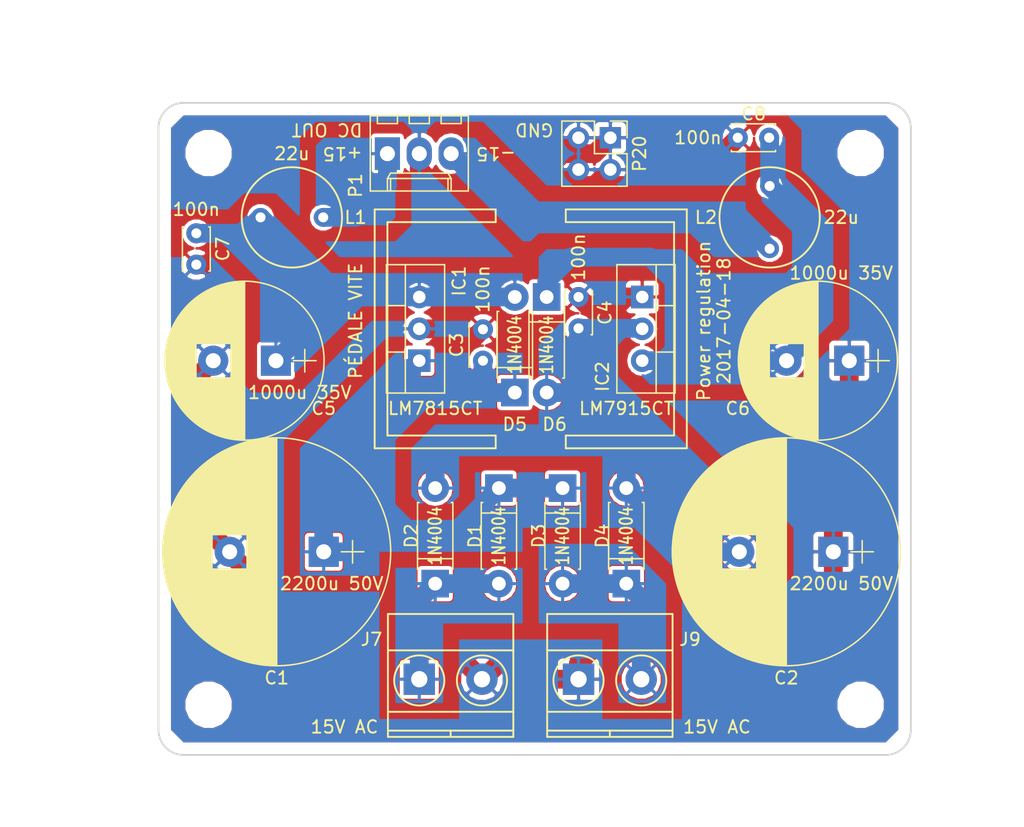
<source format=kicad_pcb>
(kicad_pcb (version 4) (host pcbnew 4.0.6)
  (layers (0 F.Cu signal) (31 B.Cu signal) (34 B.Paste user) (35 F.Paste user) (36 B.SilkS user) (37 F.SilkS user) (38 B.Mask user) (39 F.Mask user) (44 Edge.Cuts user))
  (net 0 "")
  (net 1 "Net-(C1-Pad1)")
  (net 2 "Net-(C1-Pad2)")
  (net 3 "Net-(C2-Pad2)")
  (net 4 "Net-(C5-Pad1)")
  (net 5 "Net-(C6-Pad2)")
  (net 6 "Net-(D1-Pad2)")
  (net 7 "Net-(D3-Pad2)")
  (net 8 "Net-(L1-Pad1)")
  (net 9 "Net-(L2-Pad1)")
  (module Mounting_Holes:MountingHole_3.2mm_M3 (layer F.Cu) (at 86 190)
    (fp_text reference REF** hide)
    (fp_text value MountingHole_3.2mm_M3 hide)
    (pad 1 np_thru_hole circle (at 0 0) (size 3.2 3.2) (drill 3.2) (layers *.Cu *.Mask))
  )
  (module Mounting_Holes:MountingHole_3.2mm_M3 (layer F.Cu) (at 86 146)
    (fp_text reference REF** hide)
    (fp_text value MountingHole_3.2mm_M3 hide)
    (pad 1 np_thru_hole circle (at 0 0) (size 3.2 3.2) (drill 3.2) (layers *.Cu *.Mask))
  )
  (module Mounting_Holes:MountingHole_3.2mm_M3 (layer F.Cu) (at 34 146)
    (fp_text reference REF** hide)
    (fp_text value MountingHole_3.2mm_M3 hide)
    (pad 1 np_thru_hole circle (at 0 0) (size 3.2 3.2) (drill 3.2) (layers *.Cu *.Mask))
  )
  (module Mounting_Holes:MountingHole_3.2mm_M3 (layer F.Cu) (at 34 190)
    (fp_text reference REF** hide)
    (fp_text value MountingHole_3.2mm_M3 hide)
    (pad 1 np_thru_hole circle (at 0 0) (size 3.2 3.2) (drill 3.2) (layers *.Cu *.Mask))
  )
  (module Capacitors_THT:CP_Radial_D18.0mm_P7.50mm (layer F.Cu) (at 43.18 177.8 180)
    (fp_text reference C1 (at 3.75 -10.06 180) (layer F.SilkS))
    (fp_text value "2200u 50V" (at -0.635 -2.54 180) (layer F.SilkS))
    (pad 1 thru_hole rect (at 0 0 180) (size 2.4 2.4) (drill 1.2) (layers *.Cu *.Mask) (net 1 "Net-(C1-Pad1)"))
    (pad 2 thru_hole circle (at 7.5 0 180) (size 2.4 2.4) (drill 1.2) (layers *.Cu *.Mask) (net 2 "Net-(C1-Pad2)"))
  )
  (module Capacitors_THT:CP_Radial_D18.0mm_P7.50mm (layer F.Cu) (at 83.82 177.8 180)
    (fp_text reference C2 (at 3.75 -10.06 180) (layer F.SilkS))
    (fp_text value "2200u 50V" (at -0.635 -2.54 180) (layer F.SilkS))
    (pad 1 thru_hole rect (at 0 0 180) (size 2.4 2.4) (drill 1.2) (layers *.Cu *.Mask) (net 2 "Net-(C1-Pad2)"))
    (pad 2 thru_hole circle (at 7.5 0 180) (size 2.4 2.4) (drill 1.2) (layers *.Cu *.Mask) (net 3 "Net-(C2-Pad2)"))
  )
  (module Capacitors_THT:C_Disc_D3.4mm_W2.1mm_P2.50mm (layer F.Cu) (at 55.88 162.56 90)
    (fp_text reference C3 (at 1.25 -2.11 90) (layer F.SilkS))
    (fp_text value 100n (at 5.715 0 90) (layer F.SilkS))
    (pad 1 thru_hole circle (at 0 0 90) (size 1.6 1.6) (drill 0.8) (layers *.Cu *.Mask) (net 1 "Net-(C1-Pad1)"))
    (pad 2 thru_hole circle (at 2.5 0 90) (size 1.6 1.6) (drill 0.8) (layers *.Cu *.Mask) (net 2 "Net-(C1-Pad2)"))
  )
  (module Capacitors_THT:C_Disc_D3.4mm_W2.1mm_P2.50mm (layer F.Cu) (at 63.5 157.48 270)
    (fp_text reference C4 (at 1.25 -2.11 270) (layer F.SilkS))
    (fp_text value 100n (at -3.175 0 270) (layer F.SilkS))
    (pad 1 thru_hole circle (at 0 0 270) (size 1.6 1.6) (drill 0.8) (layers *.Cu *.Mask) (net 2 "Net-(C1-Pad2)"))
    (pad 2 thru_hole circle (at 2.5 0 270) (size 1.6 1.6) (drill 0.8) (layers *.Cu *.Mask) (net 3 "Net-(C2-Pad2)"))
  )
  (module Capacitors_THT:CP_Radial_D12.5mm_P5.00mm (layer F.Cu) (at 39.37 162.56 180)
    (fp_text reference C5 (at -3.81 -3.81 180) (layer F.SilkS))
    (fp_text value "1000u 35V" (at -1.905 -2.54 180) (layer F.SilkS))
    (pad 1 thru_hole rect (at 0 0 180) (size 2.4 2.4) (drill 1.2) (layers *.Cu *.Mask) (net 4 "Net-(C5-Pad1)"))
    (pad 2 thru_hole circle (at 5 0 180) (size 2.4 2.4) (drill 1.2) (layers *.Cu *.Mask) (net 2 "Net-(C1-Pad2)"))
  )
  (module Capacitors_THT:CP_Radial_D12.5mm_P5.00mm (layer F.Cu) (at 85.09 162.56 180)
    (fp_text reference C6 (at 8.89 -3.81 180) (layer F.SilkS))
    (fp_text value "1000u 35V" (at 0.635 6.985 180) (layer F.SilkS))
    (pad 1 thru_hole rect (at 0 0 180) (size 2.4 2.4) (drill 1.2) (layers *.Cu *.Mask) (net 2 "Net-(C1-Pad2)"))
    (pad 2 thru_hole circle (at 5 0 180) (size 2.4 2.4) (drill 1.2) (layers *.Cu *.Mask) (net 5 "Net-(C6-Pad2)"))
  )
  (module Capacitors_THT:C_Disc_D3.4mm_W2.1mm_P2.50mm (layer F.Cu) (at 33.02 152.4 270)
    (fp_text reference C7 (at 1.25 -2.11 270) (layer F.SilkS))
    (fp_text value 100n (at -1.905 0 360) (layer F.SilkS))
    (pad 1 thru_hole circle (at 0 0 270) (size 1.6 1.6) (drill 0.8) (layers *.Cu *.Mask) (net 4 "Net-(C5-Pad1)"))
    (pad 2 thru_hole circle (at 2.5 0 270) (size 1.6 1.6) (drill 0.8) (layers *.Cu *.Mask) (net 2 "Net-(C1-Pad2)"))
  )
  (module Capacitors_THT:C_Disc_D3.4mm_W2.1mm_P2.50mm (layer F.Cu) (at 76.2 144.78)
    (fp_text reference C8 (at 1.27 -1.905) (layer F.SilkS))
    (fp_text value 100n (at -3.175 0) (layer F.SilkS))
    (pad 1 thru_hole circle (at 0 0) (size 1.6 1.6) (drill 0.8) (layers *.Cu *.Mask) (net 2 "Net-(C1-Pad2)"))
    (pad 2 thru_hole circle (at 2.5 0) (size 1.6 1.6) (drill 0.8) (layers *.Cu *.Mask) (net 5 "Net-(C6-Pad2)"))
  )
  (module Diodes_THT:D_DO-41_SOD81_P7.62mm_Horizontal (layer F.Cu) (at 57.15 172.72 270)
    (fp_text reference D1 (at 3.81 1.905 270) (layer F.SilkS))
    (fp_text value 1N4004 (at 3.81 0 270) (layer F.SilkS) (effects (font (size 1 0.8))))
    (pad 1 thru_hole rect (at 0 0 270) (size 2.2 2.2) (drill 1.1) (layers *.Cu *.Mask) (net 1 "Net-(C1-Pad1)"))
    (pad 2 thru_hole oval (at 7.62 0 270) (size 2.2 2.2) (drill 1.1) (layers *.Cu *.Mask) (net 6 "Net-(D1-Pad2)"))
  )
  (module Diodes_THT:D_DO-41_SOD81_P7.62mm_Horizontal (layer F.Cu) (at 52.07 180.34 90)
    (fp_text reference D2 (at 3.81 -1.905 90) (layer F.SilkS))
    (fp_text value 1N4004 (at 3.81 0 90) (layer F.SilkS) (effects (font (size 1 0.8))))
    (pad 1 thru_hole rect (at 0 0 90) (size 2.2 2.2) (drill 1.1) (layers *.Cu *.Mask) (net 6 "Net-(D1-Pad2)"))
    (pad 2 thru_hole oval (at 7.62 0 90) (size 2.2 2.2) (drill 1.1) (layers *.Cu *.Mask) (net 3 "Net-(C2-Pad2)"))
  )
  (module Diodes_THT:D_DO-41_SOD81_P7.62mm_Horizontal (layer F.Cu) (at 62.23 172.72 270)
    (fp_text reference D3 (at 3.81 1.905 270) (layer F.SilkS))
    (fp_text value 1N4004 (at 3.81 0 270) (layer F.SilkS) (effects (font (size 1 0.8))))
    (pad 1 thru_hole rect (at 0 0 270) (size 2.2 2.2) (drill 1.1) (layers *.Cu *.Mask) (net 1 "Net-(C1-Pad1)"))
    (pad 2 thru_hole oval (at 7.62 0 270) (size 2.2 2.2) (drill 1.1) (layers *.Cu *.Mask) (net 7 "Net-(D3-Pad2)"))
  )
  (module Diodes_THT:D_DO-41_SOD81_P7.62mm_Horizontal (layer F.Cu) (at 67.31 180.34 90)
    (fp_text reference D4 (at 3.81 -1.905 90) (layer F.SilkS))
    (fp_text value 1N4004 (at 3.81 0 90) (layer F.SilkS) (effects (font (size 1 0.8))))
    (pad 1 thru_hole rect (at 0 0 90) (size 2.2 2.2) (drill 1.1) (layers *.Cu *.Mask) (net 7 "Net-(D3-Pad2)"))
    (pad 2 thru_hole oval (at 7.62 0 90) (size 2.2 2.2) (drill 1.1) (layers *.Cu *.Mask) (net 3 "Net-(C2-Pad2)"))
  )
  (module Diodes_THT:D_DO-41_SOD81_P7.62mm_Horizontal (layer F.Cu) (at 58.42 165.1 90)
    (fp_text reference D5 (at -2.54 0 180) (layer F.SilkS))
    (fp_text value 1N4004 (at 3.81 0 90) (layer F.SilkS) (effects (font (size 1 0.8))))
    (pad 1 thru_hole rect (at 0 0 90) (size 2.2 2.2) (drill 1.1) (layers *.Cu *.Mask) (net 1 "Net-(C1-Pad1)"))
    (pad 2 thru_hole oval (at 7.62 0 90) (size 2.2 2.2) (drill 1.1) (layers *.Cu *.Mask) (net 4 "Net-(C5-Pad1)"))
  )
  (module Diodes_THT:D_DO-41_SOD81_P7.62mm_Horizontal (layer F.Cu) (at 60.96 157.48 270)
    (fp_text reference D6 (at 10.16 -0.635 360) (layer F.SilkS))
    (fp_text value 1N4004 (at 3.81 0 270) (layer F.SilkS) (effects (font (size 1 0.8))))
    (pad 1 thru_hole rect (at 0 0 270) (size 2.2 2.2) (drill 1.1) (layers *.Cu *.Mask) (net 5 "Net-(C6-Pad2)"))
    (pad 2 thru_hole oval (at 7.62 0 270) (size 2.2 2.2) (drill 1.1) (layers *.Cu *.Mask) (net 3 "Net-(C2-Pad2)"))
  )
  (module TO_SOT_Packages_THT:TO-220_Vertical (layer F.Cu) (at 50.8 162.56 90)
    (fp_text reference IC1 (at 6.35 3.175 90) (layer F.SilkS))
    (fp_text value LM7815CT (at -3.81 1.27 180) (layer F.SilkS))
    (pad 1 thru_hole rect (at 0 0 90) (size 1.8 1.8) (drill 1) (layers *.Cu *.Mask) (net 1 "Net-(C1-Pad1)"))
    (pad 2 thru_hole oval (at 2.54 0 90) (size 1.8 1.8) (drill 1) (layers *.Cu *.Mask) (net 2 "Net-(C1-Pad2)"))
    (pad 3 thru_hole oval (at 5.08 0 90) (size 1.8 1.8) (drill 1) (layers *.Cu *.Mask) (net 4 "Net-(C5-Pad1)"))
  )
  (module TO_SOT_Packages_THT:TO-220_Vertical (layer F.Cu) (at 68.58 157.48 270)
    (fp_text reference IC2 (at 6.35 3.175 270) (layer F.SilkS))
    (fp_text value LM7915CT (at 8.89 1.27 360) (layer F.SilkS))
    (pad 1 thru_hole rect (at 0 0 270) (size 1.8 1.8) (drill 1) (layers *.Cu *.Mask) (net 2 "Net-(C1-Pad2)"))
    (pad 2 thru_hole oval (at 2.54 0 270) (size 1.8 1.8) (drill 1) (layers *.Cu *.Mask) (net 3 "Net-(C2-Pad2)"))
    (pad 3 thru_hole oval (at 5.08 0 270) (size 1.8 1.8) (drill 1) (layers *.Cu *.Mask) (net 5 "Net-(C6-Pad2)"))
  )
  (module Connectors_Terminal_Blocks:TerminalBlock_Pheonix_MKDS1.5-2pol (layer F.Cu) (at 50.8 187.96)
    (fp_text reference J7 (at -3.81 -3.175) (layer F.SilkS))
    (fp_text value Screw_Terminal_1x02 hide)
    (pad 1 thru_hole rect (at 0 0) (size 2.5 2.5) (drill 1.3) (layers *.Cu *.Mask) (net 6 "Net-(D1-Pad2)"))
    (pad 2 thru_hole circle (at 5 0) (size 2.5 2.5) (drill 1.3) (layers *.Cu *.Mask) (net 2 "Net-(C1-Pad2)"))
  )
  (module Connectors_Terminal_Blocks:TerminalBlock_Pheonix_MKDS1.5-2pol (layer F.Cu) (at 63.5 187.96)
    (fp_text reference J9 (at 8.89 -3.175) (layer F.SilkS))
    (fp_text value Screw_Terminal_1x02 hide)
    (pad 1 thru_hole rect (at 0 0) (size 2.5 2.5) (drill 1.3) (layers *.Cu *.Mask) (net 2 "Net-(C1-Pad2)"))
    (pad 2 thru_hole circle (at 5 0) (size 2.5 2.5) (drill 1.3) (layers *.Cu *.Mask) (net 7 "Net-(D3-Pad2)"))
  )
  (module Inductors_NEOSID:Neosid_Inductor_Sd8 (layer F.Cu) (at 40.64 151.13 180)
    (fp_text reference L1 (at -5.08 0 180) (layer F.SilkS))
    (fp_text value 22u (at 0 5.08 180) (layer F.SilkS))
    (pad 2 thru_hole circle (at 2.49936 0 180) (size 1.50114 1.50114) (drill 0.8001) (layers *.Cu *.Mask) (net 4 "Net-(C5-Pad1)"))
    (pad 1 thru_hole circle (at -2.49936 0 180) (size 1.50114 1.50114) (drill 0.8001) (layers *.Cu *.Mask) (net 8 "Net-(L1-Pad1)"))
  )
  (module Inductors_NEOSID:Neosid_Inductor_Sd8 (layer F.Cu) (at 78.74 151.13 90)
    (fp_text reference L2 (at 0 -5.08 180) (layer F.SilkS))
    (fp_text value 22u (at 0 5.715 180) (layer F.SilkS))
    (pad 2 thru_hole circle (at 2.49936 0 90) (size 1.50114 1.50114) (drill 0.8001) (layers *.Cu *.Mask) (net 5 "Net-(C6-Pad2)"))
    (pad 1 thru_hole circle (at -2.49936 0 90) (size 1.50114 1.50114) (drill 0.8001) (layers *.Cu *.Mask) (net 9 "Net-(L2-Pad1)"))
  )
  (module Connectors_Molex:Molex_KK-6410-03_03x2.54mm_Straight (layer F.Cu) (at 48.26 146.05)
    (fp_text reference P1 (at -2.54 2.54 90) (layer F.SilkS))
    (fp_text value CONN_01X03 hide)
    (pad 1 thru_hole rect (at 0 0) (size 2 2.6) (drill 1.2) (layers *.Cu *.Mask) (net 8 "Net-(L1-Pad1)"))
    (pad 2 thru_hole oval (at 2.54 0) (size 2 2.6) (drill 1.2) (layers *.Cu *.Mask) (net 2 "Net-(C1-Pad2)"))
    (pad 3 thru_hole oval (at 5.08 0) (size 2 2.6) (drill 1.2) (layers *.Cu *.Mask) (net 9 "Net-(L2-Pad1)"))
  )
  (module pedalevite:Aavid_Thermalloy_507302B00000G (layer F.Cu) (at 48.26 160.02 90)
    (fp_text reference REF** hide)
    (fp_text value Aavid_Thermalloy_507302B00000G hide)
  )
  (module pedalevite:Aavid_Thermalloy_507302B00000G (layer F.Cu) (at 71.12 160.02 270)
    (fp_text reference REF** hide)
    (fp_text value Aavid_Thermalloy_507302B00000G hide)
  )
  (module Pin_Headers:Pin_Header_Straight_2x02_Pitch2.54mm (layer F.Cu) (at 66.04 144.78 270)
    (fp_text reference P20 (at 1.27 -2.33 270) (layer F.SilkS))
    (fp_text value CONN_02X02 hide)
    (pad 1 thru_hole rect (at 0 0 270) (size 1.7 1.7) (drill 1) (layers *.Cu *.Mask) (net 2 "Net-(C1-Pad2)"))
    (pad 2 thru_hole oval (at 2.54 0 270) (size 1.7 1.7) (drill 1) (layers *.Cu *.Mask) (net 2 "Net-(C1-Pad2)"))
    (pad 3 thru_hole oval (at 0 2.54 270) (size 1.7 1.7) (drill 1) (layers *.Cu *.Mask) (net 2 "Net-(C1-Pad2)"))
    (pad 4 thru_hole oval (at 2.54 2.54 270) (size 1.7 1.7) (drill 1) (layers *.Cu *.Mask) (net 2 "Net-(C1-Pad2)"))
  )
  (gr_text "15V AC" (at 71.755 191.77) (layer F.SilkS) (effects (font (size 1 1)) (justify left)))
  (gr_text "15V AC" (at 47.625 191.77) (layer F.SilkS) (effects (font (size 1 1)) (justify right)))
  (gr_text GND (at 61.595 144.145 180) (layer F.SilkS) (effects (font (size 1 1)) (justify left)))
  (gr_text "DC OUT" (at 46.355 144.145 180) (layer F.SilkS) (effects (font (size 1 1)) (justify left)))
  (gr_text -15 (at 55.245 146.05 180) (layer F.SilkS) (effects (font (size 1 1)) (justify right)))
  (gr_text +15 (at 46.355 146.05 180) (layer F.SilkS) (effects (font (size 1 1)) (justify left)))
  (gr_arc (start 32 192) (end 32 194) (angle 90) (layer Edge.Cuts) (width 0.15))
  (gr_arc (start 88 192) (end 90 192) (angle 90) (layer Edge.Cuts) (width 0.15))
  (gr_arc (start 88 144) (end 88 142) (angle 90) (layer Edge.Cuts) (width 0.15))
  (gr_arc (start 32 144) (end 30 144) (angle 90) (layer Edge.Cuts) (width 0.15))
  (gr_line (start 30 192) (end 30 144) (angle 90) (layer Edge.Cuts) (width 0.15))
  (gr_line (start 88 194) (end 32 194) (angle 90) (layer Edge.Cuts) (width 0.15))
  (gr_line (start 90 144) (end 90 192) (angle 90) (layer Edge.Cuts) (width 0.15))
  (gr_line (start 32 142) (end 88 142) (angle 90) (layer Edge.Cuts) (width 0.15))
  (gr_text "Power regulation\n2017-04-18" (at 74.295 159.385 90) (layer F.SilkS) (effects (font (size 1 1))))
  (gr_text "PÉDALE VITE" (at 45.72 159.385 90) (layer F.SilkS) (effects (font (size 1 1))))
  (segment (start 45.72 177.8) (end 46.99 176.53) (width 1.5) (layer B.Cu) (net 1))
  (segment (start 46.99 176.53) (end 53.34 176.53) (width 1.5) (layer B.Cu) (net 1))
  (segment (start 55.88 165.1) (end 55.88 162.56) (width 1.5) (layer B.Cu) (net 1))
  (segment (start 48.26 165.1) (end 55.88 165.1) (width 1.5) (layer B.Cu) (net 1))
  (segment (start 55.88 165.1) (end 58.42 165.1) (width 1.5) (layer B.Cu) (net 1))
  (segment (start 43.18 177.8) (end 43.18 170.18) (width 1.5) (layer B.Cu) (net 1))
  (segment (start 43.18 170.18) (end 48.26 165.1) (width 1.5) (layer B.Cu) (net 1))
  (segment (start 48.26 165.1) (end 50.8 162.56) (width 1.5) (layer B.Cu) (net 1))
  (segment (start 57.15 172.72) (end 62.23 172.72) (width 1.5) (layer B.Cu) (net 1))
  (segment (start 43.18 177.8) (end 45.72 177.8) (width 1.5) (layer B.Cu) (net 1))
  (segment (start 53.34 176.53) (end 57.15 172.72) (width 1.5) (layer B.Cu) (net 1))
  (segment (start 53.34 153.67) (end 39.29 153.67) (width 1.5) (layer F.Cu) (net 2))
  (segment (start 38.06 154.9) (end 39.29 153.67) (width 1.5) (layer F.Cu) (net 2))
  (segment (start 38.06 154.9) (end 33.02 154.9) (width 1.5) (layer F.Cu) (net 2))
  (segment (start 50.8 160.02) (end 53.34 160.02) (width 1.5) (layer F.Cu) (net 2))
  (segment (start 55.88 160.06) (end 55.84 160.06) (width 1.5) (layer F.Cu) (net 2))
  (segment (start 55.84 160.06) (end 55.245 160.655) (width 1.5) (layer F.Cu) (net 2))
  (segment (start 55.245 160.655) (end 53.34 160.655) (width 1.5) (layer F.Cu) (net 2))
  (segment (start 66.04 158.75) (end 65.405 158.115) (width 1.5) (layer F.Cu) (net 2))
  (segment (start 64.135 158.115) (end 63.5 157.48) (width 1.5) (layer F.Cu) (net 2))
  (segment (start 65.405 158.115) (end 64.135 158.115) (width 1.5) (layer F.Cu) (net 2))
  (segment (start 53.34 148.59) (end 52.07 148.59) (width 1.5) (layer F.Cu) (net 2))
  (segment (start 52.07 148.59) (end 50.8 147.32) (width 1.5) (layer F.Cu) (net 2))
  (segment (start 50.8 147.32) (end 50.8 146.05) (width 1.5) (layer F.Cu) (net 2))
  (segment (start 35.68 177.92) (end 41.91 184.15) (width 1.5) (layer F.Cu) (net 2))
  (segment (start 41.91 184.15) (end 51.99 184.15) (width 1.5) (layer F.Cu) (net 2))
  (segment (start 51.99 184.15) (end 55.8 187.96) (width 1.5) (layer F.Cu) (net 2))
  (segment (start 66.04 158.75) (end 67.31 157.48) (width 1.5) (layer F.Cu) (net 2))
  (segment (start 67.31 157.48) (end 68.58 157.48) (width 1.5) (layer F.Cu) (net 2))
  (segment (start 34.37 176.49) (end 34.25 176.49) (width 1) (layer F.Cu) (net 2))
  (segment (start 34.37 176.49) (end 35.68 177.8) (width 1.5) (layer F.Cu) (net 2))
  (segment (start 34.25 176.49) (end 33.02 175.26) (width 1.5) (layer F.Cu) (net 2))
  (segment (start 33.02 175.26) (end 33.02 163.91) (width 1.5) (layer F.Cu) (net 2))
  (segment (start 33.02 163.91) (end 34.37 162.56) (width 1.5) (layer F.Cu) (net 2))
  (segment (start 83.82 177.8) (end 83.82 171.45) (width 1.5) (layer F.Cu) (net 2))
  (segment (start 85.09 162.56) (end 85.09 170.18) (width 1.5) (layer F.Cu) (net 2))
  (segment (start 83.82 171.45) (end 85.09 170.18) (width 1.5) (layer F.Cu) (net 2))
  (segment (start 63.5 186.69) (end 66.04 184.15) (width 1.5) (layer F.Cu) (net 2))
  (segment (start 66.04 184.15) (end 80.01 184.15) (width 1.5) (layer F.Cu) (net 2))
  (segment (start 63.5 187.96) (end 63.5 186.69) (width 1.5) (layer F.Cu) (net 2))
  (segment (start 80.01 184.15) (end 83.82 180.34) (width 1.5) (layer F.Cu) (net 2))
  (segment (start 83.82 180.34) (end 83.82 177.8) (width 1.5) (layer F.Cu) (net 2))
  (segment (start 59.69 184.15) (end 59.69 186.69) (width 1.5) (layer F.Cu) (net 2))
  (segment (start 59.69 186.69) (end 60.96 187.96) (width 1.5) (layer F.Cu) (net 2))
  (segment (start 60.96 187.96) (end 63.5 187.96) (width 1.5) (layer F.Cu) (net 2))
  (segment (start 62.23 146.05) (end 64.77 146.05) (width 1.5) (layer F.Cu) (net 2))
  (segment (start 64.77 146.05) (end 66.04 144.78) (width 1.5) (layer F.Cu) (net 2))
  (segment (start 60.96 148.59) (end 60.96 147.32) (width 1.5) (layer F.Cu) (net 2))
  (segment (start 60.96 147.32) (end 62.23 146.05) (width 1.5) (layer F.Cu) (net 2))
  (segment (start 62.23 146.05) (end 63.5 144.78) (width 1.5) (layer F.Cu) (net 2))
  (segment (start 33.02 154.9) (end 33.06 154.9) (width 0.4) (layer F.Cu) (net 2))
  (segment (start 69.85 148.59) (end 72.39 148.59) (width 1.5) (layer F.Cu) (net 2))
  (segment (start 72.39 148.59) (end 76.2 144.78) (width 1.5) (layer F.Cu) (net 2))
  (segment (start 67.31 148.59) (end 69.85 148.59) (width 1.5) (layer F.Cu) (net 2))
  (segment (start 64.77 148.59) (end 67.31 148.59) (width 1.5) (layer F.Cu) (net 2))
  (segment (start 62.23 148.59) (end 64.77 148.59) (width 1.5) (layer F.Cu) (net 2))
  (segment (start 64.77 148.59) (end 66.04 147.32) (width 1.5) (layer F.Cu) (net 2))
  (segment (start 53.34 148.59) (end 60.96 148.59) (width 1.5) (layer F.Cu) (net 2))
  (segment (start 60.96 148.59) (end 62.23 148.59) (width 1.5) (layer F.Cu) (net 2))
  (segment (start 62.23 148.59) (end 63.5 147.32) (width 1.5) (layer F.Cu) (net 2))
  (segment (start 53.34 160.655) (end 53.34 160.02) (width 1.5) (layer F.Cu) (net 2))
  (segment (start 53.34 160.02) (end 53.34 153.67) (width 1.5) (layer F.Cu) (net 2))
  (segment (start 53.34 153.67) (end 53.34 148.59) (width 1.5) (layer F.Cu) (net 2))
  (segment (start 59.69 167.64) (end 66.04 167.64) (width 1.5) (layer F.Cu) (net 2))
  (segment (start 66.04 167.64) (end 66.04 158.75) (width 1.5) (layer F.Cu) (net 2))
  (segment (start 59.69 184.15) (end 59.69 167.64) (width 1.5) (layer F.Cu) (net 2))
  (segment (start 59.69 167.64) (end 53.34 167.64) (width 1.5) (layer F.Cu) (net 2))
  (segment (start 53.34 167.64) (end 53.34 160.655) (width 1.5) (layer F.Cu) (net 2))
  (segment (start 35.68 177.8) (end 35.68 177.92) (width 0.4) (layer F.Cu) (net 2))
  (segment (start 55.8 187.96) (end 55.88 187.96) (width 0.4) (layer F.Cu) (net 2))
  (segment (start 55.88 187.96) (end 59.69 184.15) (width 1.5) (layer F.Cu) (net 2))
  (segment (start 60.96 165.1) (end 63.5 165.1) (width 1.5) (layer B.Cu) (net 3))
  (segment (start 63.5 159.98) (end 63.46 159.98) (width 0.4) (layer B.Cu) (net 3))
  (segment (start 63.5 159.98) (end 68.54 159.98) (width 1.5) (layer B.Cu) (net 3))
  (segment (start 68.54 159.98) (end 68.58 160.02) (width 0.4) (layer B.Cu) (net 3))
  (segment (start 63.5 168.91) (end 63.5 165.1) (width 1.5) (layer B.Cu) (net 3))
  (segment (start 63.5 165.1) (end 63.5 159.98) (width 1.5) (layer B.Cu) (net 3))
  (segment (start 67.31 172.72) (end 72.39 177.8) (width 1.5) (layer B.Cu) (net 3))
  (segment (start 72.39 177.8) (end 76.32 177.8) (width 1.5) (layer B.Cu) (net 3))
  (segment (start 52.07 172.72) (end 52.07 170.18) (width 1.5) (layer B.Cu) (net 3))
  (segment (start 52.07 170.18) (end 53.34 168.91) (width 1.5) (layer B.Cu) (net 3))
  (segment (start 53.34 168.91) (end 63.5 168.91) (width 1.5) (layer B.Cu) (net 3))
  (segment (start 67.31 170.18) (end 67.31 172.72) (width 1.5) (layer B.Cu) (net 3))
  (segment (start 63.5 168.91) (end 66.04 168.91) (width 1.5) (layer B.Cu) (net 3))
  (segment (start 66.04 168.91) (end 67.31 170.18) (width 1.5) (layer B.Cu) (net 3))
  (segment (start 33.02 152.4) (end 36.87064 152.4) (width 1.5) (layer B.Cu) (net 4))
  (segment (start 36.87064 152.4) (end 38.14064 151.13) (width 1.5) (layer B.Cu) (net 4))
  (segment (start 44.45 157.48) (end 44.45 157.43936) (width 1) (layer B.Cu) (net 4))
  (segment (start 44.45 157.43936) (end 38.14064 151.13) (width 1.5) (layer B.Cu) (net 4))
  (segment (start 50.8 157.48) (end 44.45 157.48) (width 1.5) (layer B.Cu) (net 4))
  (segment (start 44.45 157.48) (end 39.37 162.56) (width 1.5) (layer B.Cu) (net 4))
  (segment (start 58.42 157.48) (end 50.8 157.48) (width 1.5) (layer B.Cu) (net 4))
  (segment (start 62.865 154.305) (end 69.215 154.305) (width 1.5) (layer B.Cu) (net 5))
  (segment (start 60.96 156.21) (end 62.865 154.305) (width 1.5) (layer B.Cu) (net 5))
  (segment (start 60.96 157.48) (end 60.96 156.21) (width 1) (layer B.Cu) (net 5))
  (segment (start 71.12 162.56) (end 71.12 156.21) (width 1.5) (layer B.Cu) (net 5))
  (segment (start 69.215 154.305) (end 71.12 156.21) (width 1.5) (layer B.Cu) (net 5))
  (segment (start 80.09 162.56) (end 80.09 162.48) (width 0.4) (layer B.Cu) (net 5))
  (segment (start 80.09 162.48) (end 81.28 161.29) (width 1.5) (layer B.Cu) (net 5))
  (segment (start 81.28 161.29) (end 81.28 151.17064) (width 1.5) (layer B.Cu) (net 5))
  (segment (start 81.28 151.17064) (end 78.74 148.63064) (width 1.5) (layer B.Cu) (net 5))
  (segment (start 78.74 148.63064) (end 78.74 144.82) (width 1.5) (layer B.Cu) (net 5))
  (segment (start 78.74 144.82) (end 78.7 144.78) (width 0.4) (layer B.Cu) (net 5))
  (segment (start 71.12 162.56) (end 80.09 162.56) (width 1.5) (layer B.Cu) (net 5))
  (segment (start 71.12 162.56) (end 68.58 162.56) (width 1.5) (layer B.Cu) (net 5))
  (segment (start 52.07 180.34) (end 57.15 180.34) (width 1.5) (layer B.Cu) (net 6))
  (segment (start 50.8 187.96) (end 50.8 181.61) (width 1.5) (layer B.Cu) (net 6))
  (segment (start 50.8 181.61) (end 52.07 180.34) (width 1.5) (layer B.Cu) (net 6))
  (segment (start 67.31 180.34) (end 62.23 180.34) (width 1.5) (layer B.Cu) (net 7))
  (segment (start 68.5 187.96) (end 68.5 181.53) (width 1.5) (layer B.Cu) (net 7))
  (segment (start 68.5 181.53) (end 67.31 180.34) (width 1.5) (layer B.Cu) (net 7))
  (segment (start 43.13936 151.13) (end 45.72 151.13) (width 1.5) (layer B.Cu) (net 8))
  (segment (start 48.26 148.59) (end 48.26 146.05) (width 1.5) (layer B.Cu) (net 8))
  (segment (start 45.72 151.13) (end 48.26 148.59) (width 1.5) (layer B.Cu) (net 8))
  (segment (start 43.13936 151.13) (end 43.18 151.13) (width 0.4) (layer B.Cu) (net 8))
  (segment (start 53.34 146.05) (end 58.42 151.13) (width 1.5) (layer B.Cu) (net 9))
  (segment (start 58.42 151.13) (end 76.2 151.13) (width 1.5) (layer B.Cu) (net 9))
  (segment (start 76.2 151.13) (end 78.69936 153.62936) (width 1.5) (layer B.Cu) (net 9))
  (segment (start 78.69936 153.62936) (end 78.74 153.62936) (width 0.4) (layer B.Cu) (net 9))
  (zone (net 2) (net_name "Net-(C1-Pad2)") (layer F.Cu) (connect_pads (clearance 0.25)) (min_thickness 0.2) (fill yes (arc_segments 16) (thermal_gap 0.4) (thermal_bridge_width 0.25))
    (polygon (pts (xy 32 143) (xy 88 143) (xy 89 144) (xy 89 192) (xy 88 193) (xy 32 193) (xy 31 192) (xy 31 144)))
  )
  (zone (net 2) (net_name "Net-(C1-Pad2)") (layer B.Cu) (connect_pads (clearance 0.25)) (min_thickness 0.2) (fill yes (arc_segments 16) (thermal_gap 0.4) (thermal_bridge_width 0.25))
    (polygon (pts (xy 36.83 156.845) (xy 36.83 164.465) (xy 37.465 165.1) (xy 41.275 165.1) (xy 46.99 159.385) (xy 59.055 159.385) (xy 59.69 160.02) (xy 59.055 160.655) (xy 48.26 160.655) (xy 40.005 168.91) (xy 40.005 180.975) (xy 47.625 180.975) (xy 47.625 191.135) (xy 53.975 191.135) (xy 53.975 184.785) (xy 65.405 184.785) (xy 65.405 191.135) (xy 71.755 191.135) (xy 71.755 181.61) (xy 72.39 182.245) (xy 78.105 182.245) (xy 80.645 179.705) (xy 80.645 175.895) (xy 70.485 165.735) (xy 79.375 165.735) (xy 85.09 160.02) (xy 85.09 151.13) (xy 81.28 147.32) (xy 81.28 144.145) (xy 80.135 143) (xy 88 143) (xy 89 144) (xy 89 192) (xy 88 193) (xy 32 193) (xy 31 192) (xy 31 154.305) (xy 34.29 154.305)))
  )
  (zone (net 3) (net_name "Net-(C2-Pad2)") (layer B.Cu) (connect_pads (clearance 0.25)) (min_thickness 0.2) (fill yes (arc_segments 16) (thermal_gap 0.4) (thermal_bridge_width 0.25))
    (polygon (pts (xy 69.215 160.655) (xy 67.31 160.655) (xy 66.675 161.29) (xy 66.675 163.83) (xy 79.375 176.53) (xy 79.375 179.07) (xy 77.47 180.975) (xy 73.025 180.975) (xy 67.945 175.895) (xy 65.405 175.895) (xy 65.405 170.18) (xy 53.975 170.18) (xy 53.975 173.355) (xy 53.34 173.99) (xy 50.8 173.99) (xy 50.165 173.355) (xy 50.165 169.545) (xy 52.07 167.64) (xy 60.325 167.64) (xy 60.325 161.29) (xy 62.23 159.385) (xy 69.215 159.385)))
  )
  (zone (net 7) (net_name "Net-(D3-Pad2)") (layer B.Cu) (connect_pads (clearance 0.25)) (min_thickness 0.2) (fill yes (arc_segments 16) (thermal_gap 0.4) (thermal_bridge_width 0.25))
    (polygon (pts (xy 70.485 180.34) (xy 70.485 189.865) (xy 66.675 189.865) (xy 66.675 183.515) (xy 60.325 183.515) (xy 60.325 177.165) (xy 67.31 177.165)))
  )
  (zone (net 6) (net_name "Net-(D1-Pad2)") (layer B.Cu) (connect_pads (clearance 0.25)) (min_thickness 0.2) (fill yes (arc_segments 16) (thermal_gap 0.4) (thermal_bridge_width 0.25))
    (polygon (pts (xy 48.895 179.07) (xy 59.055 179.07) (xy 59.055 183.515) (xy 52.705 183.515) (xy 52.705 189.865) (xy 48.895 189.865)))
  )
  (zone (net 1) (net_name "Net-(C1-Pad1)") (layer B.Cu) (connect_pads (clearance 0.25)) (min_thickness 0.2) (fill yes (arc_segments 16) (thermal_gap 0.4) (thermal_bridge_width 0.25))
    (polygon (pts (xy 59.055 166.37) (xy 51.435 166.37) (xy 48.895 168.91) (xy 48.895 173.99) (xy 50.165 175.26) (xy 53.975 175.26) (xy 55.245 173.99) (xy 55.245 171.45) (xy 64.135 171.45) (xy 64.135 175.895) (xy 59.055 175.895) (xy 59.055 177.8) (xy 47.625 177.8) (xy 47.625 179.705) (xy 41.275 179.705) (xy 41.275 169.545) (xy 48.895 161.925) (xy 59.055 161.925)))
  )
  (zone (net 8) (net_name "Net-(L1-Pad1)") (layer B.Cu) (connect_pads (clearance 0.25)) (min_thickness 0.2) (fill yes (arc_segments 16) (thermal_gap 0.25) (thermal_bridge_width 0.25))
    (polygon (pts (xy 42.545 145.415) (xy 42.545 151.13) (xy 42.545 151.765) (xy 48.26 151.765) (xy 48.895 151.13) (xy 48.895 144.78) (xy 43.18 144.78)))
  )
  (zone (net 2) (net_name "Net-(C1-Pad2)") (layer B.Cu) (connect_pads (clearance 0.25)) (min_thickness 0.2) (fill yes (arc_segments 16) (thermal_gap 0.4) (thermal_bridge_width 0.25))
    (polygon (pts (xy 69.215 156.845) (xy 69.215 158.115) (xy 62.865 158.115) (xy 62.865 156.845) (xy 63.5 156.21) (xy 68.58 156.21)))
  )
  (zone (net 9) (net_name "Net-(L2-Pad1)") (layer B.Cu) (connect_pads (clearance 0.25)) (min_thickness 0.2) (fill yes (arc_segments 16) (thermal_gap 0.25) (thermal_bridge_width 0.25))
    (polygon (pts (xy 60.325 149.86) (xy 76.835 149.86) (xy 76.835 150.495) (xy 79.375 153.035) (xy 79.375 154.305) (xy 74.295 154.305) (xy 72.39 152.4) (xy 60.325 152.4) (xy 59.69 153.035) (xy 59.055 153.035) (xy 52.705 146.685) (xy 52.705 144.78) (xy 55.245 144.78)))
  )
  (zone (net 5) (net_name "Net-(C6-Pad2)") (layer B.Cu) (connect_pads (clearance 0.25)) (min_thickness 0.2) (fill yes (arc_segments 16) (thermal_gap 0.25) (thermal_bridge_width 0.25))
    (polygon (pts (xy 79.375 144.145) (xy 80.01 144.78) (xy 80.01 147.955) (xy 83.82 151.765) (xy 83.82 159.385) (xy 78.74 164.465) (xy 69.215 164.465) (xy 67.945 163.195) (xy 67.945 161.925) (xy 69.85 161.925) (xy 70.485 161.29) (xy 70.485 156.21) (xy 69.215 154.94) (xy 62.865 154.94) (xy 61.595 156.21) (xy 61.595 158.75) (xy 60.325 158.75) (xy 60.325 154.305) (xy 60.96 153.67) (xy 71.755 153.67) (xy 73.66 155.575) (xy 80.01 155.575) (xy 80.645 154.94) (xy 80.645 152.4) (xy 78.105 149.86) (xy 78.105 144.145)))
  )
  (zone (net 2) (net_name "Net-(C1-Pad2)") (layer B.Cu) (connect_pads (clearance 0.25)) (min_thickness 0.2) (fill yes (arc_segments 16) (thermal_gap 0.4) (thermal_bridge_width 0.25))
    (polygon (pts (xy 76.835 143.51) (xy 76.835 148.59) (xy 60.96 148.59) (xy 55.88 143.51) (xy 52.07 143.51) (xy 51.435 144.145) (xy 51.435 147.32) (xy 58.42 154.305) (xy 44.45 154.305) (xy 43.18 153.035) (xy 48.895 153.035) (xy 50.165 151.765) (xy 50.165 144.145) (xy 49.53 143.51) (xy 42.545 143.51) (xy 41.275 144.78) (xy 41.275 151.13) (xy 39.37 149.225) (xy 36.83 149.225) (xy 35.56 150.495) (xy 31 150.495) (xy 31 144) (xy 32 143) (xy 77.345 143)))
  )
  (zone (net 4) (net_name "Net-(C5-Pad1)") (layer B.Cu) (connect_pads (clearance 0.25)) (min_thickness 0.2) (fill yes (arc_segments 16) (thermal_gap 0.25) (thermal_bridge_width 0.25))
    (polygon (pts (xy 46.99 155.575) (xy 59.055 155.575) (xy 59.055 158.115) (xy 46.355 158.115) (xy 40.64 163.83) (xy 38.1 163.83) (xy 38.1 156.21) (xy 34.925 153.035) (xy 31.115 153.035) (xy 31.115 151.765) (xy 36.195 151.765) (xy 37.465 150.495) (xy 38.735 150.495) (xy 43.815 155.575)))
  )
)
</source>
